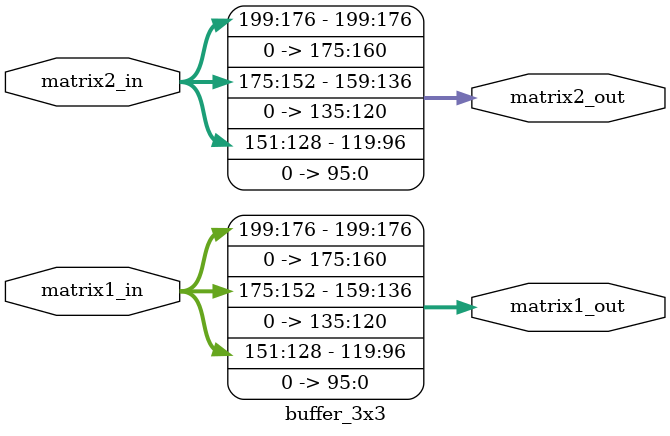
<source format=v>
module buffer_3x3(
	input [199:0] matrix1_in, matrix2_in, //Matrizes vindo sem organização
	output [199:0] matrix1_out, matrix2_out //Matrizes organizadas com base no tamanho
);
	
	//Organizando a matriz 1
	assign matrix1_out[199:176] = matrix1_in[199:176];
	assign matrix1_out[159:136] = matrix1_in[175:152];
	assign matrix1_out[119:96] = matrix1_in[151:128];
	
	assign matrix1_out[175:160] = 0;
	assign matrix1_out[135:120] = 0;
	assign matrix1_out[95:0] = 0;
	
	//Organizando a matriz 2
	assign matrix2_out[199:176] = matrix2_in[199:176];
	assign matrix2_out[159:136] = matrix2_in[175:152];
	assign matrix2_out[119:96] = matrix2_in[151:128];
	
	assign matrix2_out[175:160] = 0;
	assign matrix2_out[135:120] = 0;
	assign matrix2_out[95:0] = 0;
	
endmodule
</source>
